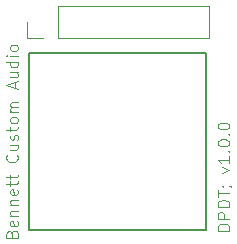
<source format=gbr>
%TF.GenerationSoftware,KiCad,Pcbnew,(5.1.10)-1*%
%TF.CreationDate,2024-02-11T12:05:25-03:30*%
%TF.ProjectId,dpdtFootSwitchBoard,64706474-466f-46f7-9453-776974636842,rev?*%
%TF.SameCoordinates,Original*%
%TF.FileFunction,Legend,Top*%
%TF.FilePolarity,Positive*%
%FSLAX46Y46*%
G04 Gerber Fmt 4.6, Leading zero omitted, Abs format (unit mm)*
G04 Created by KiCad (PCBNEW (5.1.10)-1) date 2024-02-11 12:05:25*
%MOMM*%
%LPD*%
G01*
G04 APERTURE LIST*
%ADD10C,0.100000*%
%ADD11C,0.150000*%
%ADD12C,0.120000*%
G04 APERTURE END LIST*
D10*
X155452380Y-88047619D02*
X154452380Y-88047619D01*
X154452380Y-87809523D01*
X154500000Y-87666666D01*
X154595238Y-87571428D01*
X154690476Y-87523809D01*
X154880952Y-87476190D01*
X155023809Y-87476190D01*
X155214285Y-87523809D01*
X155309523Y-87571428D01*
X155404761Y-87666666D01*
X155452380Y-87809523D01*
X155452380Y-88047619D01*
X155452380Y-87047619D02*
X154452380Y-87047619D01*
X154452380Y-86666666D01*
X154500000Y-86571428D01*
X154547619Y-86523809D01*
X154642857Y-86476190D01*
X154785714Y-86476190D01*
X154880952Y-86523809D01*
X154928571Y-86571428D01*
X154976190Y-86666666D01*
X154976190Y-87047619D01*
X155452380Y-86047619D02*
X154452380Y-86047619D01*
X154452380Y-85809523D01*
X154500000Y-85666666D01*
X154595238Y-85571428D01*
X154690476Y-85523809D01*
X154880952Y-85476190D01*
X155023809Y-85476190D01*
X155214285Y-85523809D01*
X155309523Y-85571428D01*
X155404761Y-85666666D01*
X155452380Y-85809523D01*
X155452380Y-86047619D01*
X154452380Y-85190476D02*
X154452380Y-84619047D01*
X155452380Y-84904761D02*
X154452380Y-84904761D01*
X155404761Y-84238095D02*
X155452380Y-84238095D01*
X155547619Y-84285714D01*
X155595238Y-84333333D01*
X154833333Y-84285714D02*
X154880952Y-84238095D01*
X154928571Y-84285714D01*
X154880952Y-84333333D01*
X154833333Y-84285714D01*
X154928571Y-84285714D01*
X154785714Y-83142857D02*
X155452380Y-82904761D01*
X154785714Y-82666666D01*
X155452380Y-81761904D02*
X155452380Y-82333333D01*
X155452380Y-82047619D02*
X154452380Y-82047619D01*
X154595238Y-82142857D01*
X154690476Y-82238095D01*
X154738095Y-82333333D01*
X155357142Y-81333333D02*
X155404761Y-81285714D01*
X155452380Y-81333333D01*
X155404761Y-81380952D01*
X155357142Y-81333333D01*
X155452380Y-81333333D01*
X154452380Y-80666666D02*
X154452380Y-80571428D01*
X154500000Y-80476190D01*
X154547619Y-80428571D01*
X154642857Y-80380952D01*
X154833333Y-80333333D01*
X155071428Y-80333333D01*
X155261904Y-80380952D01*
X155357142Y-80428571D01*
X155404761Y-80476190D01*
X155452380Y-80571428D01*
X155452380Y-80666666D01*
X155404761Y-80761904D01*
X155357142Y-80809523D01*
X155261904Y-80857142D01*
X155071428Y-80904761D01*
X154833333Y-80904761D01*
X154642857Y-80857142D01*
X154547619Y-80809523D01*
X154500000Y-80761904D01*
X154452380Y-80666666D01*
X155357142Y-79904761D02*
X155404761Y-79857142D01*
X155452380Y-79904761D01*
X155404761Y-79952380D01*
X155357142Y-79904761D01*
X155452380Y-79904761D01*
X154452380Y-79238095D02*
X154452380Y-79142857D01*
X154500000Y-79047619D01*
X154547619Y-79000000D01*
X154642857Y-78952380D01*
X154833333Y-78904761D01*
X155071428Y-78904761D01*
X155261904Y-78952380D01*
X155357142Y-79000000D01*
X155404761Y-79047619D01*
X155452380Y-79142857D01*
X155452380Y-79238095D01*
X155404761Y-79333333D01*
X155357142Y-79380952D01*
X155261904Y-79428571D01*
X155071428Y-79476190D01*
X154833333Y-79476190D01*
X154642857Y-79428571D01*
X154547619Y-79380952D01*
X154500000Y-79333333D01*
X154452380Y-79238095D01*
X137028571Y-88309523D02*
X137076190Y-88166666D01*
X137123809Y-88119047D01*
X137219047Y-88071428D01*
X137361904Y-88071428D01*
X137457142Y-88119047D01*
X137504761Y-88166666D01*
X137552380Y-88261904D01*
X137552380Y-88642857D01*
X136552380Y-88642857D01*
X136552380Y-88309523D01*
X136600000Y-88214285D01*
X136647619Y-88166666D01*
X136742857Y-88119047D01*
X136838095Y-88119047D01*
X136933333Y-88166666D01*
X136980952Y-88214285D01*
X137028571Y-88309523D01*
X137028571Y-88642857D01*
X137504761Y-87261904D02*
X137552380Y-87357142D01*
X137552380Y-87547619D01*
X137504761Y-87642857D01*
X137409523Y-87690476D01*
X137028571Y-87690476D01*
X136933333Y-87642857D01*
X136885714Y-87547619D01*
X136885714Y-87357142D01*
X136933333Y-87261904D01*
X137028571Y-87214285D01*
X137123809Y-87214285D01*
X137219047Y-87690476D01*
X136885714Y-86785714D02*
X137552380Y-86785714D01*
X136980952Y-86785714D02*
X136933333Y-86738095D01*
X136885714Y-86642857D01*
X136885714Y-86500000D01*
X136933333Y-86404761D01*
X137028571Y-86357142D01*
X137552380Y-86357142D01*
X136885714Y-85880952D02*
X137552380Y-85880952D01*
X136980952Y-85880952D02*
X136933333Y-85833333D01*
X136885714Y-85738095D01*
X136885714Y-85595238D01*
X136933333Y-85500000D01*
X137028571Y-85452380D01*
X137552380Y-85452380D01*
X137504761Y-84595238D02*
X137552380Y-84690476D01*
X137552380Y-84880952D01*
X137504761Y-84976190D01*
X137409523Y-85023809D01*
X137028571Y-85023809D01*
X136933333Y-84976190D01*
X136885714Y-84880952D01*
X136885714Y-84690476D01*
X136933333Y-84595238D01*
X137028571Y-84547619D01*
X137123809Y-84547619D01*
X137219047Y-85023809D01*
X136885714Y-84261904D02*
X136885714Y-83880952D01*
X136552380Y-84119047D02*
X137409523Y-84119047D01*
X137504761Y-84071428D01*
X137552380Y-83976190D01*
X137552380Y-83880952D01*
X136885714Y-83690476D02*
X136885714Y-83309523D01*
X136552380Y-83547619D02*
X137409523Y-83547619D01*
X137504761Y-83500000D01*
X137552380Y-83404761D01*
X137552380Y-83309523D01*
X137457142Y-81642857D02*
X137504761Y-81690476D01*
X137552380Y-81833333D01*
X137552380Y-81928571D01*
X137504761Y-82071428D01*
X137409523Y-82166666D01*
X137314285Y-82214285D01*
X137123809Y-82261904D01*
X136980952Y-82261904D01*
X136790476Y-82214285D01*
X136695238Y-82166666D01*
X136600000Y-82071428D01*
X136552380Y-81928571D01*
X136552380Y-81833333D01*
X136600000Y-81690476D01*
X136647619Y-81642857D01*
X136885714Y-80785714D02*
X137552380Y-80785714D01*
X136885714Y-81214285D02*
X137409523Y-81214285D01*
X137504761Y-81166666D01*
X137552380Y-81071428D01*
X137552380Y-80928571D01*
X137504761Y-80833333D01*
X137457142Y-80785714D01*
X137504761Y-80357142D02*
X137552380Y-80261904D01*
X137552380Y-80071428D01*
X137504761Y-79976190D01*
X137409523Y-79928571D01*
X137361904Y-79928571D01*
X137266666Y-79976190D01*
X137219047Y-80071428D01*
X137219047Y-80214285D01*
X137171428Y-80309523D01*
X137076190Y-80357142D01*
X137028571Y-80357142D01*
X136933333Y-80309523D01*
X136885714Y-80214285D01*
X136885714Y-80071428D01*
X136933333Y-79976190D01*
X136885714Y-79642857D02*
X136885714Y-79261904D01*
X136552380Y-79500000D02*
X137409523Y-79500000D01*
X137504761Y-79452380D01*
X137552380Y-79357142D01*
X137552380Y-79261904D01*
X137552380Y-78785714D02*
X137504761Y-78880952D01*
X137457142Y-78928571D01*
X137361904Y-78976190D01*
X137076190Y-78976190D01*
X136980952Y-78928571D01*
X136933333Y-78880952D01*
X136885714Y-78785714D01*
X136885714Y-78642857D01*
X136933333Y-78547619D01*
X136980952Y-78500000D01*
X137076190Y-78452380D01*
X137361904Y-78452380D01*
X137457142Y-78500000D01*
X137504761Y-78547619D01*
X137552380Y-78642857D01*
X137552380Y-78785714D01*
X137552380Y-78023809D02*
X136885714Y-78023809D01*
X136980952Y-78023809D02*
X136933333Y-77976190D01*
X136885714Y-77880952D01*
X136885714Y-77738095D01*
X136933333Y-77642857D01*
X137028571Y-77595238D01*
X137552380Y-77595238D01*
X137028571Y-77595238D02*
X136933333Y-77547619D01*
X136885714Y-77452380D01*
X136885714Y-77309523D01*
X136933333Y-77214285D01*
X137028571Y-77166666D01*
X137552380Y-77166666D01*
X137266666Y-75976190D02*
X137266666Y-75500000D01*
X137552380Y-76071428D02*
X136552380Y-75738095D01*
X137552380Y-75404761D01*
X136885714Y-74642857D02*
X137552380Y-74642857D01*
X136885714Y-75071428D02*
X137409523Y-75071428D01*
X137504761Y-75023809D01*
X137552380Y-74928571D01*
X137552380Y-74785714D01*
X137504761Y-74690476D01*
X137457142Y-74642857D01*
X137552380Y-73738095D02*
X136552380Y-73738095D01*
X137504761Y-73738095D02*
X137552380Y-73833333D01*
X137552380Y-74023809D01*
X137504761Y-74119047D01*
X137457142Y-74166666D01*
X137361904Y-74214285D01*
X137076190Y-74214285D01*
X136980952Y-74166666D01*
X136933333Y-74119047D01*
X136885714Y-74023809D01*
X136885714Y-73833333D01*
X136933333Y-73738095D01*
X137552380Y-73261904D02*
X136885714Y-73261904D01*
X136552380Y-73261904D02*
X136600000Y-73309523D01*
X136647619Y-73261904D01*
X136600000Y-73214285D01*
X136552380Y-73261904D01*
X136647619Y-73261904D01*
X137552380Y-72642857D02*
X137504761Y-72738095D01*
X137457142Y-72785714D01*
X137361904Y-72833333D01*
X137076190Y-72833333D01*
X136980952Y-72785714D01*
X136933333Y-72738095D01*
X136885714Y-72642857D01*
X136885714Y-72500000D01*
X136933333Y-72404761D01*
X136980952Y-72357142D01*
X137076190Y-72309523D01*
X137361904Y-72309523D01*
X137457142Y-72357142D01*
X137504761Y-72404761D01*
X137552380Y-72500000D01*
X137552380Y-72642857D01*
D11*
%TO.C,SW1*%
X138500000Y-73000000D02*
X153500000Y-73000000D01*
X153500000Y-73000000D02*
X153500000Y-88000000D01*
X153500000Y-88000000D02*
X138500000Y-88000000D01*
X138500000Y-88000000D02*
X138500000Y-73000000D01*
D12*
%TO.C,J1*%
X138320000Y-71730000D02*
X138320000Y-70400000D01*
X139650000Y-71730000D02*
X138320000Y-71730000D01*
X140920000Y-71730000D02*
X140920000Y-69070000D01*
X140920000Y-69070000D02*
X153680000Y-69070000D01*
X140920000Y-71730000D02*
X153680000Y-71730000D01*
X153680000Y-71730000D02*
X153680000Y-69070000D01*
%TD*%
M02*

</source>
